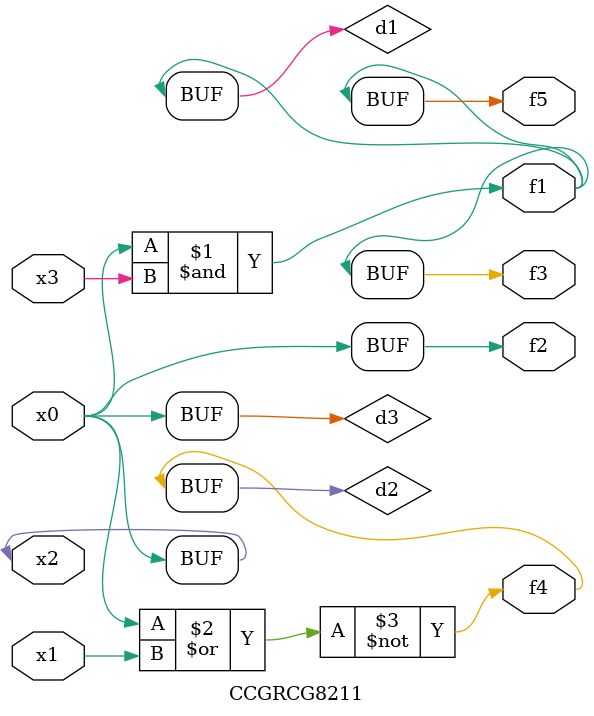
<source format=v>
module CCGRCG8211(
	input x0, x1, x2, x3,
	output f1, f2, f3, f4, f5
);

	wire d1, d2, d3;

	and (d1, x2, x3);
	nor (d2, x0, x1);
	buf (d3, x0, x2);
	assign f1 = d1;
	assign f2 = d3;
	assign f3 = d1;
	assign f4 = d2;
	assign f5 = d1;
endmodule

</source>
